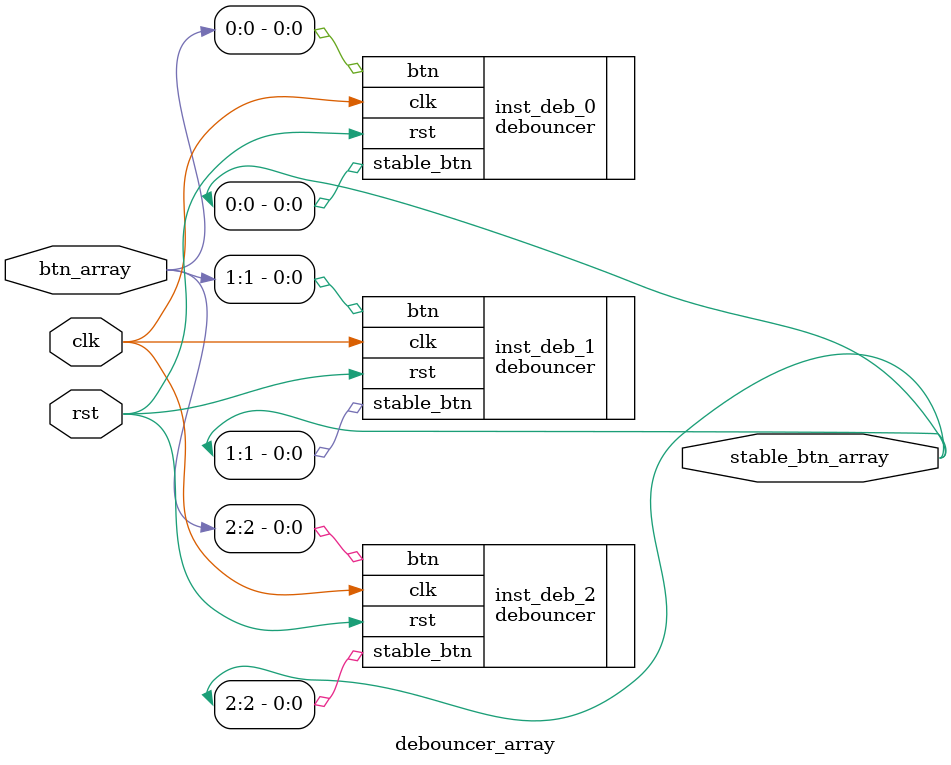
<source format=v>
module debouncer_array (
    input  clk,
    input  rst,
    input  [2:0] btn_array,
    output [2:0] stable_btn_array
);

    debouncer inst_deb_0 (
        .clk(clk),
        .rst(rst),
        .btn(btn_array[0]),
        .stable_btn(stable_btn_array[0])
    );
    debouncer inst_deb_1 (
        .clk(clk),
        .rst(rst),
        .btn(btn_array[1]),
        .stable_btn(stable_btn_array[1])
    );
    debouncer inst_deb_2 (
        .clk(clk),
        .rst(rst),
        .btn(btn_array[2]),
        .stable_btn(stable_btn_array[2])
    );

endmodule
</source>
